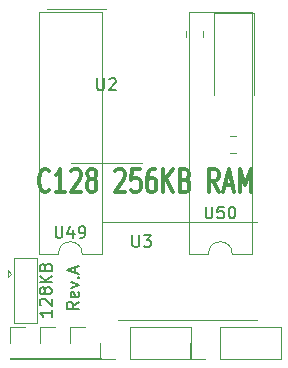
<source format=gbr>
G04 #@! TF.GenerationSoftware,KiCad,Pcbnew,(5.1.5)-3*
G04 #@! TF.CreationDate,2021-02-17T22:29:51-05:00*
G04 #@! TF.ProjectId,c128-sram256KB,63313238-2d73-4726-916d-3235364b422e,rev?*
G04 #@! TF.SameCoordinates,Original*
G04 #@! TF.FileFunction,Legend,Top*
G04 #@! TF.FilePolarity,Positive*
%FSLAX46Y46*%
G04 Gerber Fmt 4.6, Leading zero omitted, Abs format (unit mm)*
G04 Created by KiCad (PCBNEW (5.1.5)-3) date 2021-02-17 22:29:51*
%MOMM*%
%LPD*%
G04 APERTURE LIST*
%ADD10C,0.150000*%
%ADD11C,0.300000*%
%ADD12C,0.120000*%
G04 APERTURE END LIST*
D10*
X78176380Y-119721166D02*
X77700190Y-120054500D01*
X78176380Y-120292595D02*
X77176380Y-120292595D01*
X77176380Y-119911642D01*
X77224000Y-119816404D01*
X77271619Y-119768785D01*
X77366857Y-119721166D01*
X77509714Y-119721166D01*
X77604952Y-119768785D01*
X77652571Y-119816404D01*
X77700190Y-119911642D01*
X77700190Y-120292595D01*
X78128761Y-118911642D02*
X78176380Y-119006880D01*
X78176380Y-119197357D01*
X78128761Y-119292595D01*
X78033523Y-119340214D01*
X77652571Y-119340214D01*
X77557333Y-119292595D01*
X77509714Y-119197357D01*
X77509714Y-119006880D01*
X77557333Y-118911642D01*
X77652571Y-118864023D01*
X77747809Y-118864023D01*
X77843047Y-119340214D01*
X77509714Y-118530690D02*
X78176380Y-118292595D01*
X77509714Y-118054500D01*
X78081142Y-117673547D02*
X78128761Y-117625928D01*
X78176380Y-117673547D01*
X78128761Y-117721166D01*
X78081142Y-117673547D01*
X78176380Y-117673547D01*
X77890666Y-117244976D02*
X77890666Y-116768785D01*
X78176380Y-117340214D02*
X77176380Y-117006880D01*
X78176380Y-116673547D01*
D11*
X75686666Y-110251785D02*
X75620000Y-110347023D01*
X75420000Y-110442261D01*
X75286666Y-110442261D01*
X75086666Y-110347023D01*
X74953333Y-110156547D01*
X74886666Y-109966071D01*
X74820000Y-109585119D01*
X74820000Y-109299404D01*
X74886666Y-108918452D01*
X74953333Y-108727976D01*
X75086666Y-108537500D01*
X75286666Y-108442261D01*
X75420000Y-108442261D01*
X75620000Y-108537500D01*
X75686666Y-108632738D01*
X77020000Y-110442261D02*
X76220000Y-110442261D01*
X76620000Y-110442261D02*
X76620000Y-108442261D01*
X76486666Y-108727976D01*
X76353333Y-108918452D01*
X76220000Y-109013690D01*
X77553333Y-108632738D02*
X77620000Y-108537500D01*
X77753333Y-108442261D01*
X78086666Y-108442261D01*
X78220000Y-108537500D01*
X78286666Y-108632738D01*
X78353333Y-108823214D01*
X78353333Y-109013690D01*
X78286666Y-109299404D01*
X77486666Y-110442261D01*
X78353333Y-110442261D01*
X79153333Y-109299404D02*
X79020000Y-109204166D01*
X78953333Y-109108928D01*
X78886666Y-108918452D01*
X78886666Y-108823214D01*
X78953333Y-108632738D01*
X79020000Y-108537500D01*
X79153333Y-108442261D01*
X79420000Y-108442261D01*
X79553333Y-108537500D01*
X79620000Y-108632738D01*
X79686666Y-108823214D01*
X79686666Y-108918452D01*
X79620000Y-109108928D01*
X79553333Y-109204166D01*
X79420000Y-109299404D01*
X79153333Y-109299404D01*
X79020000Y-109394642D01*
X78953333Y-109489880D01*
X78886666Y-109680357D01*
X78886666Y-110061309D01*
X78953333Y-110251785D01*
X79020000Y-110347023D01*
X79153333Y-110442261D01*
X79420000Y-110442261D01*
X79553333Y-110347023D01*
X79620000Y-110251785D01*
X79686666Y-110061309D01*
X79686666Y-109680357D01*
X79620000Y-109489880D01*
X79553333Y-109394642D01*
X79420000Y-109299404D01*
X81286666Y-108632738D02*
X81353333Y-108537500D01*
X81486666Y-108442261D01*
X81820000Y-108442261D01*
X81953333Y-108537500D01*
X82020000Y-108632738D01*
X82086666Y-108823214D01*
X82086666Y-109013690D01*
X82020000Y-109299404D01*
X81220000Y-110442261D01*
X82086666Y-110442261D01*
X83353333Y-108442261D02*
X82686666Y-108442261D01*
X82620000Y-109394642D01*
X82686666Y-109299404D01*
X82820000Y-109204166D01*
X83153333Y-109204166D01*
X83286666Y-109299404D01*
X83353333Y-109394642D01*
X83420000Y-109585119D01*
X83420000Y-110061309D01*
X83353333Y-110251785D01*
X83286666Y-110347023D01*
X83153333Y-110442261D01*
X82820000Y-110442261D01*
X82686666Y-110347023D01*
X82620000Y-110251785D01*
X84620000Y-108442261D02*
X84353333Y-108442261D01*
X84220000Y-108537500D01*
X84153333Y-108632738D01*
X84020000Y-108918452D01*
X83953333Y-109299404D01*
X83953333Y-110061309D01*
X84020000Y-110251785D01*
X84086666Y-110347023D01*
X84220000Y-110442261D01*
X84486666Y-110442261D01*
X84620000Y-110347023D01*
X84686666Y-110251785D01*
X84753333Y-110061309D01*
X84753333Y-109585119D01*
X84686666Y-109394642D01*
X84620000Y-109299404D01*
X84486666Y-109204166D01*
X84220000Y-109204166D01*
X84086666Y-109299404D01*
X84020000Y-109394642D01*
X83953333Y-109585119D01*
X85353333Y-110442261D02*
X85353333Y-108442261D01*
X86153333Y-110442261D02*
X85553333Y-109299404D01*
X86153333Y-108442261D02*
X85353333Y-109585119D01*
X87220000Y-109394642D02*
X87420000Y-109489880D01*
X87486666Y-109585119D01*
X87553333Y-109775595D01*
X87553333Y-110061309D01*
X87486666Y-110251785D01*
X87420000Y-110347023D01*
X87286666Y-110442261D01*
X86753333Y-110442261D01*
X86753333Y-108442261D01*
X87220000Y-108442261D01*
X87353333Y-108537500D01*
X87420000Y-108632738D01*
X87486666Y-108823214D01*
X87486666Y-109013690D01*
X87420000Y-109204166D01*
X87353333Y-109299404D01*
X87220000Y-109394642D01*
X86753333Y-109394642D01*
X90020000Y-110442261D02*
X89553333Y-109489880D01*
X89220000Y-110442261D02*
X89220000Y-108442261D01*
X89753333Y-108442261D01*
X89886666Y-108537500D01*
X89953333Y-108632738D01*
X90020000Y-108823214D01*
X90020000Y-109108928D01*
X89953333Y-109299404D01*
X89886666Y-109394642D01*
X89753333Y-109489880D01*
X89220000Y-109489880D01*
X90553333Y-109870833D02*
X91220000Y-109870833D01*
X90420000Y-110442261D02*
X90886666Y-108442261D01*
X91353333Y-110442261D01*
X91820000Y-110442261D02*
X91820000Y-108442261D01*
X92286666Y-109870833D01*
X92753333Y-108442261D01*
X92753333Y-110442261D01*
D12*
X76469880Y-115631160D02*
G75*
G02X78469880Y-115631160I1000000J0D01*
G01*
X78469880Y-115631160D02*
X80119880Y-115631160D01*
X80119880Y-115631160D02*
X80119880Y-95191160D01*
X80119880Y-95191160D02*
X74819880Y-95191160D01*
X74819880Y-95191160D02*
X74819880Y-115631160D01*
X74819880Y-115631160D02*
X76469880Y-115631160D01*
X87519880Y-115631160D02*
X89169880Y-115631160D01*
X87519880Y-95191160D02*
X87519880Y-115631160D01*
X92819880Y-95191160D02*
X87519880Y-95191160D01*
X92819880Y-115631160D02*
X92819880Y-95191160D01*
X91169880Y-115631160D02*
X92819880Y-115631160D01*
X89169880Y-115631160D02*
G75*
G02X91169880Y-115631160I1000000J0D01*
G01*
X77518000Y-108003000D02*
X83518000Y-108003000D01*
X75518000Y-94943000D02*
X80518000Y-94943000D01*
X95310000Y-124520000D02*
X95310000Y-121860000D01*
X90170000Y-124520000D02*
X95310000Y-124520000D01*
X90170000Y-121860000D02*
X95310000Y-121860000D01*
X90170000Y-124520000D02*
X90170000Y-121860000D01*
X88900000Y-124520000D02*
X87570000Y-124520000D01*
X87570000Y-124520000D02*
X87570000Y-123190000D01*
X79950000Y-124520000D02*
X79950000Y-123190000D01*
X81280000Y-124520000D02*
X79950000Y-124520000D01*
X82550000Y-124520000D02*
X82550000Y-121860000D01*
X82550000Y-121860000D02*
X87690000Y-121860000D01*
X82550000Y-124520000D02*
X87690000Y-124520000D01*
X87690000Y-124520000D02*
X87690000Y-121860000D01*
X72330000Y-124520000D02*
X74990000Y-124520000D01*
X72330000Y-124460000D02*
X72330000Y-124520000D01*
X74990000Y-124460000D02*
X74990000Y-124520000D01*
X72330000Y-124460000D02*
X74990000Y-124460000D01*
X72330000Y-123190000D02*
X72330000Y-121860000D01*
X72330000Y-121860000D02*
X73660000Y-121860000D01*
X72160000Y-117645000D02*
X72460000Y-117345000D01*
X72160000Y-117045000D02*
X72160000Y-117645000D01*
X72460000Y-117345000D02*
X72160000Y-117045000D01*
X72710000Y-115995000D02*
X74660000Y-115995000D01*
X72710000Y-121495000D02*
X72710000Y-115995000D01*
X74660000Y-121495000D02*
X72710000Y-121495000D01*
X74660000Y-115995000D02*
X74660000Y-121495000D01*
X74870000Y-124520000D02*
X77530000Y-124520000D01*
X74870000Y-124460000D02*
X74870000Y-124520000D01*
X77530000Y-124460000D02*
X77530000Y-124520000D01*
X74870000Y-124460000D02*
X77530000Y-124460000D01*
X74870000Y-123190000D02*
X74870000Y-121860000D01*
X74870000Y-121860000D02*
X76200000Y-121860000D01*
X77410000Y-121860000D02*
X78740000Y-121860000D01*
X77410000Y-123190000D02*
X77410000Y-121860000D01*
X77410000Y-124460000D02*
X80070000Y-124460000D01*
X80070000Y-124460000D02*
X80070000Y-124520000D01*
X77410000Y-124460000D02*
X77410000Y-124520000D01*
X77410000Y-124520000D02*
X80070000Y-124520000D01*
X93023000Y-102187000D02*
X93023000Y-95252000D01*
X93023000Y-95252000D02*
X89603000Y-95252000D01*
X89603000Y-95252000D02*
X89603000Y-102187000D01*
X91523452Y-105716000D02*
X91000948Y-105716000D01*
X91523452Y-107136000D02*
X91000948Y-107136000D01*
X88721000Y-96766748D02*
X88721000Y-97289252D01*
X87301000Y-96766748D02*
X87301000Y-97289252D01*
X87376000Y-121254000D02*
X93276000Y-121254000D01*
X87376000Y-121254000D02*
X81476000Y-121254000D01*
X87376000Y-112934000D02*
X93276000Y-112934000D01*
X87376000Y-112934000D02*
X80176000Y-112934000D01*
D10*
X76231784Y-113307880D02*
X76231784Y-114117404D01*
X76279403Y-114212642D01*
X76327022Y-114260261D01*
X76422260Y-114307880D01*
X76612737Y-114307880D01*
X76707975Y-114260261D01*
X76755594Y-114212642D01*
X76803213Y-114117404D01*
X76803213Y-113307880D01*
X77707975Y-113641214D02*
X77707975Y-114307880D01*
X77469880Y-113260261D02*
X77231784Y-113974547D01*
X77850832Y-113974547D01*
X78279403Y-114307880D02*
X78469880Y-114307880D01*
X78565118Y-114260261D01*
X78612737Y-114212642D01*
X78707975Y-114069785D01*
X78755594Y-113879309D01*
X78755594Y-113498357D01*
X78707975Y-113403119D01*
X78660356Y-113355500D01*
X78565118Y-113307880D01*
X78374641Y-113307880D01*
X78279403Y-113355500D01*
X78231784Y-113403119D01*
X78184165Y-113498357D01*
X78184165Y-113736452D01*
X78231784Y-113831690D01*
X78279403Y-113879309D01*
X78374641Y-113926928D01*
X78565118Y-113926928D01*
X78660356Y-113879309D01*
X78707975Y-113831690D01*
X78755594Y-113736452D01*
X88931784Y-111656880D02*
X88931784Y-112466404D01*
X88979403Y-112561642D01*
X89027022Y-112609261D01*
X89122260Y-112656880D01*
X89312737Y-112656880D01*
X89407975Y-112609261D01*
X89455594Y-112561642D01*
X89503213Y-112466404D01*
X89503213Y-111656880D01*
X90455594Y-111656880D02*
X89979403Y-111656880D01*
X89931784Y-112133071D01*
X89979403Y-112085452D01*
X90074641Y-112037833D01*
X90312737Y-112037833D01*
X90407975Y-112085452D01*
X90455594Y-112133071D01*
X90503213Y-112228309D01*
X90503213Y-112466404D01*
X90455594Y-112561642D01*
X90407975Y-112609261D01*
X90312737Y-112656880D01*
X90074641Y-112656880D01*
X89979403Y-112609261D01*
X89931784Y-112561642D01*
X91122260Y-111656880D02*
X91217499Y-111656880D01*
X91312737Y-111704500D01*
X91360356Y-111752119D01*
X91407975Y-111847357D01*
X91455594Y-112037833D01*
X91455594Y-112275928D01*
X91407975Y-112466404D01*
X91360356Y-112561642D01*
X91312737Y-112609261D01*
X91217499Y-112656880D01*
X91122260Y-112656880D01*
X91027022Y-112609261D01*
X90979403Y-112561642D01*
X90931784Y-112466404D01*
X90884165Y-112275928D01*
X90884165Y-112037833D01*
X90931784Y-111847357D01*
X90979403Y-111752119D01*
X91027022Y-111704500D01*
X91122260Y-111656880D01*
X79756095Y-100798380D02*
X79756095Y-101607904D01*
X79803714Y-101703142D01*
X79851333Y-101750761D01*
X79946571Y-101798380D01*
X80137047Y-101798380D01*
X80232285Y-101750761D01*
X80279904Y-101703142D01*
X80327523Y-101607904D01*
X80327523Y-100798380D01*
X80756095Y-100893619D02*
X80803714Y-100846000D01*
X80898952Y-100798380D01*
X81137047Y-100798380D01*
X81232285Y-100846000D01*
X81279904Y-100893619D01*
X81327523Y-100988857D01*
X81327523Y-101084095D01*
X81279904Y-101226952D01*
X80708476Y-101798380D01*
X81327523Y-101798380D01*
X75887380Y-120411666D02*
X75887380Y-120983095D01*
X75887380Y-120697380D02*
X74887380Y-120697380D01*
X75030238Y-120792619D01*
X75125476Y-120887857D01*
X75173095Y-120983095D01*
X74982619Y-120030714D02*
X74935000Y-119983095D01*
X74887380Y-119887857D01*
X74887380Y-119649761D01*
X74935000Y-119554523D01*
X74982619Y-119506904D01*
X75077857Y-119459285D01*
X75173095Y-119459285D01*
X75315952Y-119506904D01*
X75887380Y-120078333D01*
X75887380Y-119459285D01*
X75315952Y-118887857D02*
X75268333Y-118983095D01*
X75220714Y-119030714D01*
X75125476Y-119078333D01*
X75077857Y-119078333D01*
X74982619Y-119030714D01*
X74935000Y-118983095D01*
X74887380Y-118887857D01*
X74887380Y-118697380D01*
X74935000Y-118602142D01*
X74982619Y-118554523D01*
X75077857Y-118506904D01*
X75125476Y-118506904D01*
X75220714Y-118554523D01*
X75268333Y-118602142D01*
X75315952Y-118697380D01*
X75315952Y-118887857D01*
X75363571Y-118983095D01*
X75411190Y-119030714D01*
X75506428Y-119078333D01*
X75696904Y-119078333D01*
X75792142Y-119030714D01*
X75839761Y-118983095D01*
X75887380Y-118887857D01*
X75887380Y-118697380D01*
X75839761Y-118602142D01*
X75792142Y-118554523D01*
X75696904Y-118506904D01*
X75506428Y-118506904D01*
X75411190Y-118554523D01*
X75363571Y-118602142D01*
X75315952Y-118697380D01*
X75887380Y-118078333D02*
X74887380Y-118078333D01*
X75887380Y-117506904D02*
X75315952Y-117935476D01*
X74887380Y-117506904D02*
X75458809Y-118078333D01*
X75363571Y-116745000D02*
X75411190Y-116602142D01*
X75458809Y-116554523D01*
X75554047Y-116506904D01*
X75696904Y-116506904D01*
X75792142Y-116554523D01*
X75839761Y-116602142D01*
X75887380Y-116697380D01*
X75887380Y-117078333D01*
X74887380Y-117078333D01*
X74887380Y-116745000D01*
X74935000Y-116649761D01*
X74982619Y-116602142D01*
X75077857Y-116554523D01*
X75173095Y-116554523D01*
X75268333Y-116602142D01*
X75315952Y-116649761D01*
X75363571Y-116745000D01*
X75363571Y-117078333D01*
X82720275Y-114077500D02*
X82720275Y-114887024D01*
X82767894Y-114982262D01*
X82815513Y-115029881D01*
X82910751Y-115077500D01*
X83101227Y-115077500D01*
X83196465Y-115029881D01*
X83244084Y-114982262D01*
X83291703Y-114887024D01*
X83291703Y-114077500D01*
X83672656Y-114077500D02*
X84291703Y-114077500D01*
X83958370Y-114458453D01*
X84101227Y-114458453D01*
X84196465Y-114506072D01*
X84244084Y-114553691D01*
X84291703Y-114648929D01*
X84291703Y-114887024D01*
X84244084Y-114982262D01*
X84196465Y-115029881D01*
X84101227Y-115077500D01*
X83815513Y-115077500D01*
X83720275Y-115029881D01*
X83672656Y-114982262D01*
M02*

</source>
